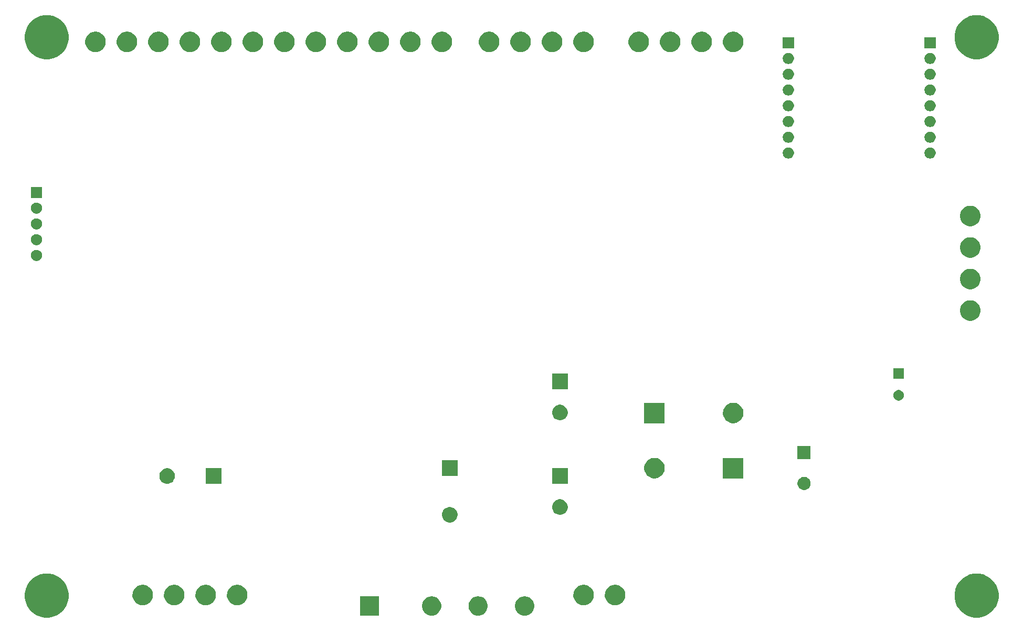
<source format=gbr>
G04 #@! TF.GenerationSoftware,KiCad,Pcbnew,(5.1.5)-3*
G04 #@! TF.CreationDate,2020-07-01T12:57:24+02:00*
G04 #@! TF.ProjectId,GarageDoorControl,47617261-6765-4446-9f6f-72436f6e7472,rev?*
G04 #@! TF.SameCoordinates,Original*
G04 #@! TF.FileFunction,Soldermask,Bot*
G04 #@! TF.FilePolarity,Negative*
%FSLAX46Y46*%
G04 Gerber Fmt 4.6, Leading zero omitted, Abs format (unit mm)*
G04 Created by KiCad (PCBNEW (5.1.5)-3) date 2020-07-01 12:57:24*
%MOMM*%
%LPD*%
G04 APERTURE LIST*
%ADD10C,0.100000*%
G04 APERTURE END LIST*
D10*
G36*
X246035787Y-141585462D02*
G01*
X246035790Y-141585463D01*
X246035789Y-141585463D01*
X246682029Y-141853144D01*
X247263631Y-142241758D01*
X247758242Y-142736369D01*
X248146856Y-143317971D01*
X248336135Y-143774932D01*
X248414538Y-143964213D01*
X248551000Y-144650256D01*
X248551000Y-145349744D01*
X248414538Y-146035787D01*
X248414537Y-146035789D01*
X248146856Y-146682029D01*
X247758242Y-147263631D01*
X247263631Y-147758242D01*
X246682029Y-148146856D01*
X246466816Y-148236000D01*
X246035787Y-148414538D01*
X245349744Y-148551000D01*
X244650256Y-148551000D01*
X243964213Y-148414538D01*
X243533184Y-148236000D01*
X243317971Y-148146856D01*
X242736369Y-147758242D01*
X242241758Y-147263631D01*
X241853144Y-146682029D01*
X241585463Y-146035789D01*
X241585462Y-146035787D01*
X241449000Y-145349744D01*
X241449000Y-144650256D01*
X241585462Y-143964213D01*
X241663865Y-143774932D01*
X241853144Y-143317971D01*
X242241758Y-142736369D01*
X242736369Y-142241758D01*
X243317971Y-141853144D01*
X243964211Y-141585463D01*
X243964210Y-141585463D01*
X243964213Y-141585462D01*
X244650256Y-141449000D01*
X245349744Y-141449000D01*
X246035787Y-141585462D01*
G37*
G36*
X96035787Y-141585462D02*
G01*
X96035790Y-141585463D01*
X96035789Y-141585463D01*
X96682029Y-141853144D01*
X97263631Y-142241758D01*
X97758242Y-142736369D01*
X98146856Y-143317971D01*
X98336135Y-143774932D01*
X98414538Y-143964213D01*
X98551000Y-144650256D01*
X98551000Y-145349744D01*
X98414538Y-146035787D01*
X98414537Y-146035789D01*
X98146856Y-146682029D01*
X97758242Y-147263631D01*
X97263631Y-147758242D01*
X96682029Y-148146856D01*
X96466816Y-148236000D01*
X96035787Y-148414538D01*
X95349744Y-148551000D01*
X94650256Y-148551000D01*
X93964213Y-148414538D01*
X93533184Y-148236000D01*
X93317971Y-148146856D01*
X92736369Y-147758242D01*
X92241758Y-147263631D01*
X91853144Y-146682029D01*
X91585463Y-146035789D01*
X91585462Y-146035787D01*
X91449000Y-145349744D01*
X91449000Y-144650256D01*
X91585462Y-143964213D01*
X91663865Y-143774932D01*
X91853144Y-143317971D01*
X92241758Y-142736369D01*
X92736369Y-142241758D01*
X93317971Y-141853144D01*
X93964211Y-141585463D01*
X93964210Y-141585463D01*
X93964213Y-141585462D01*
X94650256Y-141449000D01*
X95349744Y-141449000D01*
X96035787Y-141585462D01*
G37*
G36*
X148636000Y-148236000D02*
G01*
X145534000Y-148236000D01*
X145534000Y-145134000D01*
X148636000Y-145134000D01*
X148636000Y-148236000D01*
G37*
G36*
X164887585Y-145163802D02*
G01*
X165037410Y-145193604D01*
X165319674Y-145310521D01*
X165573705Y-145480259D01*
X165789741Y-145696295D01*
X165959479Y-145950326D01*
X166076396Y-146232590D01*
X166136000Y-146532240D01*
X166136000Y-146837760D01*
X166076396Y-147137410D01*
X165959479Y-147419674D01*
X165789741Y-147673705D01*
X165573705Y-147889741D01*
X165319674Y-148059479D01*
X165037410Y-148176396D01*
X164887585Y-148206198D01*
X164737761Y-148236000D01*
X164432239Y-148236000D01*
X164282415Y-148206198D01*
X164132590Y-148176396D01*
X163850326Y-148059479D01*
X163596295Y-147889741D01*
X163380259Y-147673705D01*
X163210521Y-147419674D01*
X163093604Y-147137410D01*
X163034000Y-146837760D01*
X163034000Y-146532240D01*
X163093604Y-146232590D01*
X163210521Y-145950326D01*
X163380259Y-145696295D01*
X163596295Y-145480259D01*
X163850326Y-145310521D01*
X164132590Y-145193604D01*
X164282415Y-145163802D01*
X164432239Y-145134000D01*
X164737761Y-145134000D01*
X164887585Y-145163802D01*
G37*
G36*
X172387585Y-145163802D02*
G01*
X172537410Y-145193604D01*
X172819674Y-145310521D01*
X173073705Y-145480259D01*
X173289741Y-145696295D01*
X173459479Y-145950326D01*
X173576396Y-146232590D01*
X173636000Y-146532240D01*
X173636000Y-146837760D01*
X173576396Y-147137410D01*
X173459479Y-147419674D01*
X173289741Y-147673705D01*
X173073705Y-147889741D01*
X172819674Y-148059479D01*
X172537410Y-148176396D01*
X172387585Y-148206198D01*
X172237761Y-148236000D01*
X171932239Y-148236000D01*
X171782415Y-148206198D01*
X171632590Y-148176396D01*
X171350326Y-148059479D01*
X171096295Y-147889741D01*
X170880259Y-147673705D01*
X170710521Y-147419674D01*
X170593604Y-147137410D01*
X170534000Y-146837760D01*
X170534000Y-146532240D01*
X170593604Y-146232590D01*
X170710521Y-145950326D01*
X170880259Y-145696295D01*
X171096295Y-145480259D01*
X171350326Y-145310521D01*
X171632590Y-145193604D01*
X171782415Y-145163802D01*
X171932239Y-145134000D01*
X172237761Y-145134000D01*
X172387585Y-145163802D01*
G37*
G36*
X157387585Y-145163802D02*
G01*
X157537410Y-145193604D01*
X157819674Y-145310521D01*
X158073705Y-145480259D01*
X158289741Y-145696295D01*
X158459479Y-145950326D01*
X158576396Y-146232590D01*
X158636000Y-146532240D01*
X158636000Y-146837760D01*
X158576396Y-147137410D01*
X158459479Y-147419674D01*
X158289741Y-147673705D01*
X158073705Y-147889741D01*
X157819674Y-148059479D01*
X157537410Y-148176396D01*
X157387585Y-148206198D01*
X157237761Y-148236000D01*
X156932239Y-148236000D01*
X156782415Y-148206198D01*
X156632590Y-148176396D01*
X156350326Y-148059479D01*
X156096295Y-147889741D01*
X155880259Y-147673705D01*
X155710521Y-147419674D01*
X155593604Y-147137410D01*
X155534000Y-146837760D01*
X155534000Y-146532240D01*
X155593604Y-146232590D01*
X155710521Y-145950326D01*
X155880259Y-145696295D01*
X156096295Y-145480259D01*
X156350326Y-145310521D01*
X156632590Y-145193604D01*
X156782415Y-145163802D01*
X156932239Y-145134000D01*
X157237761Y-145134000D01*
X157387585Y-145163802D01*
G37*
G36*
X126105256Y-143298298D02*
G01*
X126211579Y-143319447D01*
X126512042Y-143443903D01*
X126782451Y-143624585D01*
X127012415Y-143854549D01*
X127012416Y-143854551D01*
X127193098Y-144124960D01*
X127317553Y-144425422D01*
X127362276Y-144650256D01*
X127381000Y-144744391D01*
X127381000Y-145069609D01*
X127317553Y-145388579D01*
X127193097Y-145689042D01*
X127012415Y-145959451D01*
X126782451Y-146189415D01*
X126512042Y-146370097D01*
X126211579Y-146494553D01*
X126105256Y-146515702D01*
X125892611Y-146558000D01*
X125567389Y-146558000D01*
X125354744Y-146515702D01*
X125248421Y-146494553D01*
X124947958Y-146370097D01*
X124677549Y-146189415D01*
X124447585Y-145959451D01*
X124266903Y-145689042D01*
X124142447Y-145388579D01*
X124079000Y-145069609D01*
X124079000Y-144744391D01*
X124097725Y-144650256D01*
X124142447Y-144425422D01*
X124266902Y-144124960D01*
X124447584Y-143854551D01*
X124447585Y-143854549D01*
X124677549Y-143624585D01*
X124947958Y-143443903D01*
X125248421Y-143319447D01*
X125354744Y-143298298D01*
X125567389Y-143256000D01*
X125892611Y-143256000D01*
X126105256Y-143298298D01*
G37*
G36*
X187065256Y-143298298D02*
G01*
X187171579Y-143319447D01*
X187472042Y-143443903D01*
X187742451Y-143624585D01*
X187972415Y-143854549D01*
X187972416Y-143854551D01*
X188153098Y-144124960D01*
X188277553Y-144425422D01*
X188322276Y-144650256D01*
X188341000Y-144744391D01*
X188341000Y-145069609D01*
X188277553Y-145388579D01*
X188153097Y-145689042D01*
X187972415Y-145959451D01*
X187742451Y-146189415D01*
X187472042Y-146370097D01*
X187171579Y-146494553D01*
X187065256Y-146515702D01*
X186852611Y-146558000D01*
X186527389Y-146558000D01*
X186314744Y-146515702D01*
X186208421Y-146494553D01*
X185907958Y-146370097D01*
X185637549Y-146189415D01*
X185407585Y-145959451D01*
X185226903Y-145689042D01*
X185102447Y-145388579D01*
X185039000Y-145069609D01*
X185039000Y-144744391D01*
X185057725Y-144650256D01*
X185102447Y-144425422D01*
X185226902Y-144124960D01*
X185407584Y-143854551D01*
X185407585Y-143854549D01*
X185637549Y-143624585D01*
X185907958Y-143443903D01*
X186208421Y-143319447D01*
X186314744Y-143298298D01*
X186527389Y-143256000D01*
X186852611Y-143256000D01*
X187065256Y-143298298D01*
G37*
G36*
X181985256Y-143298298D02*
G01*
X182091579Y-143319447D01*
X182392042Y-143443903D01*
X182662451Y-143624585D01*
X182892415Y-143854549D01*
X182892416Y-143854551D01*
X183073098Y-144124960D01*
X183197553Y-144425422D01*
X183242276Y-144650256D01*
X183261000Y-144744391D01*
X183261000Y-145069609D01*
X183197553Y-145388579D01*
X183073097Y-145689042D01*
X182892415Y-145959451D01*
X182662451Y-146189415D01*
X182392042Y-146370097D01*
X182091579Y-146494553D01*
X181985256Y-146515702D01*
X181772611Y-146558000D01*
X181447389Y-146558000D01*
X181234744Y-146515702D01*
X181128421Y-146494553D01*
X180827958Y-146370097D01*
X180557549Y-146189415D01*
X180327585Y-145959451D01*
X180146903Y-145689042D01*
X180022447Y-145388579D01*
X179959000Y-145069609D01*
X179959000Y-144744391D01*
X179977725Y-144650256D01*
X180022447Y-144425422D01*
X180146902Y-144124960D01*
X180327584Y-143854551D01*
X180327585Y-143854549D01*
X180557549Y-143624585D01*
X180827958Y-143443903D01*
X181128421Y-143319447D01*
X181234744Y-143298298D01*
X181447389Y-143256000D01*
X181772611Y-143256000D01*
X181985256Y-143298298D01*
G37*
G36*
X121025256Y-143298298D02*
G01*
X121131579Y-143319447D01*
X121432042Y-143443903D01*
X121702451Y-143624585D01*
X121932415Y-143854549D01*
X121932416Y-143854551D01*
X122113098Y-144124960D01*
X122237553Y-144425422D01*
X122282276Y-144650256D01*
X122301000Y-144744391D01*
X122301000Y-145069609D01*
X122237553Y-145388579D01*
X122113097Y-145689042D01*
X121932415Y-145959451D01*
X121702451Y-146189415D01*
X121432042Y-146370097D01*
X121131579Y-146494553D01*
X121025256Y-146515702D01*
X120812611Y-146558000D01*
X120487389Y-146558000D01*
X120274744Y-146515702D01*
X120168421Y-146494553D01*
X119867958Y-146370097D01*
X119597549Y-146189415D01*
X119367585Y-145959451D01*
X119186903Y-145689042D01*
X119062447Y-145388579D01*
X118999000Y-145069609D01*
X118999000Y-144744391D01*
X119017725Y-144650256D01*
X119062447Y-144425422D01*
X119186902Y-144124960D01*
X119367584Y-143854551D01*
X119367585Y-143854549D01*
X119597549Y-143624585D01*
X119867958Y-143443903D01*
X120168421Y-143319447D01*
X120274744Y-143298298D01*
X120487389Y-143256000D01*
X120812611Y-143256000D01*
X121025256Y-143298298D01*
G37*
G36*
X110865256Y-143298298D02*
G01*
X110971579Y-143319447D01*
X111272042Y-143443903D01*
X111542451Y-143624585D01*
X111772415Y-143854549D01*
X111772416Y-143854551D01*
X111953098Y-144124960D01*
X112077553Y-144425422D01*
X112122276Y-144650256D01*
X112141000Y-144744391D01*
X112141000Y-145069609D01*
X112077553Y-145388579D01*
X111953097Y-145689042D01*
X111772415Y-145959451D01*
X111542451Y-146189415D01*
X111272042Y-146370097D01*
X110971579Y-146494553D01*
X110865256Y-146515702D01*
X110652611Y-146558000D01*
X110327389Y-146558000D01*
X110114744Y-146515702D01*
X110008421Y-146494553D01*
X109707958Y-146370097D01*
X109437549Y-146189415D01*
X109207585Y-145959451D01*
X109026903Y-145689042D01*
X108902447Y-145388579D01*
X108839000Y-145069609D01*
X108839000Y-144744391D01*
X108857725Y-144650256D01*
X108902447Y-144425422D01*
X109026902Y-144124960D01*
X109207584Y-143854551D01*
X109207585Y-143854549D01*
X109437549Y-143624585D01*
X109707958Y-143443903D01*
X110008421Y-143319447D01*
X110114744Y-143298298D01*
X110327389Y-143256000D01*
X110652611Y-143256000D01*
X110865256Y-143298298D01*
G37*
G36*
X115945256Y-143298298D02*
G01*
X116051579Y-143319447D01*
X116352042Y-143443903D01*
X116622451Y-143624585D01*
X116852415Y-143854549D01*
X116852416Y-143854551D01*
X117033098Y-144124960D01*
X117157553Y-144425422D01*
X117202276Y-144650256D01*
X117221000Y-144744391D01*
X117221000Y-145069609D01*
X117157553Y-145388579D01*
X117033097Y-145689042D01*
X116852415Y-145959451D01*
X116622451Y-146189415D01*
X116352042Y-146370097D01*
X116051579Y-146494553D01*
X115945256Y-146515702D01*
X115732611Y-146558000D01*
X115407389Y-146558000D01*
X115194744Y-146515702D01*
X115088421Y-146494553D01*
X114787958Y-146370097D01*
X114517549Y-146189415D01*
X114287585Y-145959451D01*
X114106903Y-145689042D01*
X113982447Y-145388579D01*
X113919000Y-145069609D01*
X113919000Y-144744391D01*
X113937725Y-144650256D01*
X113982447Y-144425422D01*
X114106902Y-144124960D01*
X114287584Y-143854551D01*
X114287585Y-143854549D01*
X114517549Y-143624585D01*
X114787958Y-143443903D01*
X115088421Y-143319447D01*
X115194744Y-143298298D01*
X115407389Y-143256000D01*
X115732611Y-143256000D01*
X115945256Y-143298298D01*
G37*
G36*
X160384903Y-130757075D02*
G01*
X160612571Y-130851378D01*
X160817466Y-130988285D01*
X160991715Y-131162534D01*
X161128622Y-131367429D01*
X161222925Y-131595097D01*
X161271000Y-131836787D01*
X161271000Y-132083213D01*
X161222925Y-132324903D01*
X161128622Y-132552571D01*
X160991715Y-132757466D01*
X160817466Y-132931715D01*
X160612571Y-133068622D01*
X160612570Y-133068623D01*
X160612569Y-133068623D01*
X160384903Y-133162925D01*
X160143214Y-133211000D01*
X159896786Y-133211000D01*
X159655097Y-133162925D01*
X159427431Y-133068623D01*
X159427430Y-133068623D01*
X159427429Y-133068622D01*
X159222534Y-132931715D01*
X159048285Y-132757466D01*
X158911378Y-132552571D01*
X158817075Y-132324903D01*
X158769000Y-132083213D01*
X158769000Y-131836787D01*
X158817075Y-131595097D01*
X158911378Y-131367429D01*
X159048285Y-131162534D01*
X159222534Y-130988285D01*
X159427429Y-130851378D01*
X159655097Y-130757075D01*
X159896786Y-130709000D01*
X160143214Y-130709000D01*
X160384903Y-130757075D01*
G37*
G36*
X178164903Y-129527075D02*
G01*
X178392571Y-129621378D01*
X178597466Y-129758285D01*
X178771715Y-129932534D01*
X178908622Y-130137429D01*
X179002925Y-130365097D01*
X179051000Y-130606787D01*
X179051000Y-130853213D01*
X179002925Y-131094903D01*
X178908622Y-131322571D01*
X178771715Y-131527466D01*
X178597466Y-131701715D01*
X178392571Y-131838622D01*
X178392570Y-131838623D01*
X178392569Y-131838623D01*
X178164903Y-131932925D01*
X177923214Y-131981000D01*
X177676786Y-131981000D01*
X177435097Y-131932925D01*
X177207431Y-131838623D01*
X177207430Y-131838623D01*
X177207429Y-131838622D01*
X177002534Y-131701715D01*
X176828285Y-131527466D01*
X176691378Y-131322571D01*
X176597075Y-131094903D01*
X176549000Y-130853213D01*
X176549000Y-130606787D01*
X176597075Y-130365097D01*
X176691378Y-130137429D01*
X176828285Y-129932534D01*
X177002534Y-129758285D01*
X177207429Y-129621378D01*
X177435097Y-129527075D01*
X177676786Y-129479000D01*
X177923214Y-129479000D01*
X178164903Y-129527075D01*
G37*
G36*
X217476564Y-125909389D02*
G01*
X217667833Y-125988615D01*
X217667835Y-125988616D01*
X217756040Y-126047553D01*
X217839973Y-126103635D01*
X217986365Y-126250027D01*
X218101385Y-126422167D01*
X218180611Y-126613436D01*
X218221000Y-126816484D01*
X218221000Y-127023516D01*
X218180611Y-127226564D01*
X218101385Y-127417833D01*
X218101384Y-127417835D01*
X217986365Y-127589973D01*
X217839973Y-127736365D01*
X217667835Y-127851384D01*
X217667834Y-127851385D01*
X217667833Y-127851385D01*
X217476564Y-127930611D01*
X217273516Y-127971000D01*
X217066484Y-127971000D01*
X216863436Y-127930611D01*
X216672167Y-127851385D01*
X216672166Y-127851385D01*
X216672165Y-127851384D01*
X216500027Y-127736365D01*
X216353635Y-127589973D01*
X216238616Y-127417835D01*
X216238615Y-127417833D01*
X216159389Y-127226564D01*
X216119000Y-127023516D01*
X216119000Y-126816484D01*
X216159389Y-126613436D01*
X216238615Y-126422167D01*
X216353635Y-126250027D01*
X216500027Y-126103635D01*
X216583960Y-126047553D01*
X216672165Y-125988616D01*
X216672167Y-125988615D01*
X216863436Y-125909389D01*
X217066484Y-125869000D01*
X217273516Y-125869000D01*
X217476564Y-125909389D01*
G37*
G36*
X179051000Y-126981000D02*
G01*
X176549000Y-126981000D01*
X176549000Y-124479000D01*
X179051000Y-124479000D01*
X179051000Y-126981000D01*
G37*
G36*
X114784903Y-124527075D02*
G01*
X115012571Y-124621378D01*
X115217466Y-124758285D01*
X115391715Y-124932534D01*
X115528622Y-125137429D01*
X115528623Y-125137431D01*
X115622925Y-125365097D01*
X115671000Y-125606786D01*
X115671000Y-125853214D01*
X115622925Y-126094903D01*
X115528622Y-126322571D01*
X115391715Y-126527466D01*
X115217466Y-126701715D01*
X115012571Y-126838622D01*
X115012570Y-126838623D01*
X115012569Y-126838623D01*
X114784903Y-126932925D01*
X114543214Y-126981000D01*
X114296786Y-126981000D01*
X114055097Y-126932925D01*
X113827431Y-126838623D01*
X113827430Y-126838623D01*
X113827429Y-126838622D01*
X113622534Y-126701715D01*
X113448285Y-126527466D01*
X113311378Y-126322571D01*
X113217075Y-126094903D01*
X113169000Y-125853214D01*
X113169000Y-125606786D01*
X113217075Y-125365097D01*
X113311377Y-125137431D01*
X113311378Y-125137429D01*
X113448285Y-124932534D01*
X113622534Y-124758285D01*
X113827429Y-124621378D01*
X114055097Y-124527075D01*
X114296786Y-124479000D01*
X114543214Y-124479000D01*
X114784903Y-124527075D01*
G37*
G36*
X123171000Y-126981000D02*
G01*
X120669000Y-126981000D01*
X120669000Y-124479000D01*
X123171000Y-124479000D01*
X123171000Y-126981000D01*
G37*
G36*
X207391000Y-126111000D02*
G01*
X204089000Y-126111000D01*
X204089000Y-122809000D01*
X207391000Y-122809000D01*
X207391000Y-126111000D01*
G37*
G36*
X193415256Y-122851298D02*
G01*
X193521579Y-122872447D01*
X193822042Y-122996903D01*
X194092451Y-123177585D01*
X194322415Y-123407549D01*
X194322416Y-123407551D01*
X194503098Y-123677960D01*
X194627553Y-123978422D01*
X194691000Y-124297389D01*
X194691000Y-124622611D01*
X194648702Y-124835256D01*
X194627553Y-124941579D01*
X194503097Y-125242042D01*
X194322415Y-125512451D01*
X194092451Y-125742415D01*
X193822042Y-125923097D01*
X193521579Y-126047553D01*
X193415256Y-126068702D01*
X193202611Y-126111000D01*
X192877389Y-126111000D01*
X192664744Y-126068702D01*
X192558421Y-126047553D01*
X192257958Y-125923097D01*
X191987549Y-125742415D01*
X191757585Y-125512451D01*
X191576903Y-125242042D01*
X191452447Y-124941579D01*
X191431298Y-124835256D01*
X191389000Y-124622611D01*
X191389000Y-124297389D01*
X191452447Y-123978422D01*
X191576902Y-123677960D01*
X191757584Y-123407551D01*
X191757585Y-123407549D01*
X191987549Y-123177585D01*
X192257958Y-122996903D01*
X192558421Y-122872447D01*
X192664744Y-122851298D01*
X192877389Y-122809000D01*
X193202611Y-122809000D01*
X193415256Y-122851298D01*
G37*
G36*
X161271000Y-125711000D02*
G01*
X158769000Y-125711000D01*
X158769000Y-123209000D01*
X161271000Y-123209000D01*
X161271000Y-125711000D01*
G37*
G36*
X218221000Y-122971000D02*
G01*
X216119000Y-122971000D01*
X216119000Y-120869000D01*
X218221000Y-120869000D01*
X218221000Y-122971000D01*
G37*
G36*
X206115256Y-113961298D02*
G01*
X206221579Y-113982447D01*
X206522042Y-114106903D01*
X206792451Y-114287585D01*
X207022415Y-114517549D01*
X207139338Y-114692536D01*
X207203098Y-114787960D01*
X207327553Y-115088422D01*
X207382924Y-115366787D01*
X207391000Y-115407391D01*
X207391000Y-115732609D01*
X207327553Y-116051579D01*
X207203097Y-116352042D01*
X207022415Y-116622451D01*
X206792451Y-116852415D01*
X206522042Y-117033097D01*
X206221579Y-117157553D01*
X206115256Y-117178702D01*
X205902611Y-117221000D01*
X205577389Y-117221000D01*
X205364744Y-117178702D01*
X205258421Y-117157553D01*
X204957958Y-117033097D01*
X204687549Y-116852415D01*
X204457585Y-116622451D01*
X204276903Y-116352042D01*
X204152447Y-116051579D01*
X204089000Y-115732609D01*
X204089000Y-115407391D01*
X204097077Y-115366787D01*
X204152447Y-115088422D01*
X204276902Y-114787960D01*
X204340662Y-114692536D01*
X204457585Y-114517549D01*
X204687549Y-114287585D01*
X204957958Y-114106903D01*
X205258421Y-113982447D01*
X205364744Y-113961298D01*
X205577389Y-113919000D01*
X205902611Y-113919000D01*
X206115256Y-113961298D01*
G37*
G36*
X194691000Y-117221000D02*
G01*
X191389000Y-117221000D01*
X191389000Y-113919000D01*
X194691000Y-113919000D01*
X194691000Y-117221000D01*
G37*
G36*
X178164903Y-114287075D02*
G01*
X178392571Y-114381378D01*
X178597466Y-114518285D01*
X178771715Y-114692534D01*
X178908622Y-114897429D01*
X179002925Y-115125097D01*
X179051000Y-115366787D01*
X179051000Y-115613213D01*
X179002925Y-115854903D01*
X178908622Y-116082571D01*
X178771715Y-116287466D01*
X178597466Y-116461715D01*
X178392571Y-116598622D01*
X178392570Y-116598623D01*
X178392569Y-116598623D01*
X178164903Y-116692925D01*
X177923214Y-116741000D01*
X177676786Y-116741000D01*
X177435097Y-116692925D01*
X177207431Y-116598623D01*
X177207430Y-116598623D01*
X177207429Y-116598622D01*
X177002534Y-116461715D01*
X176828285Y-116287466D01*
X176691378Y-116082571D01*
X176597075Y-115854903D01*
X176549000Y-115613213D01*
X176549000Y-115366787D01*
X176597075Y-115125097D01*
X176691378Y-114897429D01*
X176828285Y-114692534D01*
X177002534Y-114518285D01*
X177207429Y-114381378D01*
X177435097Y-114287075D01*
X177676786Y-114239000D01*
X177923214Y-114239000D01*
X178164903Y-114287075D01*
G37*
G36*
X232658228Y-111901703D02*
G01*
X232813100Y-111965853D01*
X232952481Y-112058985D01*
X233071015Y-112177519D01*
X233164147Y-112316900D01*
X233228297Y-112471772D01*
X233261000Y-112636184D01*
X233261000Y-112803816D01*
X233228297Y-112968228D01*
X233164147Y-113123100D01*
X233071015Y-113262481D01*
X232952481Y-113381015D01*
X232813100Y-113474147D01*
X232658228Y-113538297D01*
X232493816Y-113571000D01*
X232326184Y-113571000D01*
X232161772Y-113538297D01*
X232006900Y-113474147D01*
X231867519Y-113381015D01*
X231748985Y-113262481D01*
X231655853Y-113123100D01*
X231591703Y-112968228D01*
X231559000Y-112803816D01*
X231559000Y-112636184D01*
X231591703Y-112471772D01*
X231655853Y-112316900D01*
X231748985Y-112177519D01*
X231867519Y-112058985D01*
X232006900Y-111965853D01*
X232161772Y-111901703D01*
X232326184Y-111869000D01*
X232493816Y-111869000D01*
X232658228Y-111901703D01*
G37*
G36*
X179051000Y-111741000D02*
G01*
X176549000Y-111741000D01*
X176549000Y-109239000D01*
X179051000Y-109239000D01*
X179051000Y-111741000D01*
G37*
G36*
X233261000Y-110071000D02*
G01*
X231559000Y-110071000D01*
X231559000Y-108369000D01*
X233261000Y-108369000D01*
X233261000Y-110071000D01*
G37*
G36*
X244342256Y-97451298D02*
G01*
X244448579Y-97472447D01*
X244749042Y-97596903D01*
X245019451Y-97777585D01*
X245249415Y-98007549D01*
X245430097Y-98277958D01*
X245554553Y-98578421D01*
X245618000Y-98897391D01*
X245618000Y-99222609D01*
X245554553Y-99541579D01*
X245430097Y-99842042D01*
X245249415Y-100112451D01*
X245019451Y-100342415D01*
X244749042Y-100523097D01*
X244448579Y-100647553D01*
X244342256Y-100668702D01*
X244129611Y-100711000D01*
X243804389Y-100711000D01*
X243591744Y-100668702D01*
X243485421Y-100647553D01*
X243184958Y-100523097D01*
X242914549Y-100342415D01*
X242684585Y-100112451D01*
X242503903Y-99842042D01*
X242379447Y-99541579D01*
X242316000Y-99222609D01*
X242316000Y-98897391D01*
X242379447Y-98578421D01*
X242503903Y-98277958D01*
X242684585Y-98007549D01*
X242914549Y-97777585D01*
X243184958Y-97596903D01*
X243485421Y-97472447D01*
X243591744Y-97451298D01*
X243804389Y-97409000D01*
X244129611Y-97409000D01*
X244342256Y-97451298D01*
G37*
G36*
X244342256Y-92371298D02*
G01*
X244448579Y-92392447D01*
X244749042Y-92516903D01*
X245019451Y-92697585D01*
X245249415Y-92927549D01*
X245430097Y-93197958D01*
X245554553Y-93498421D01*
X245618000Y-93817391D01*
X245618000Y-94142609D01*
X245554553Y-94461579D01*
X245430097Y-94762042D01*
X245249415Y-95032451D01*
X245019451Y-95262415D01*
X244749042Y-95443097D01*
X244448579Y-95567553D01*
X244342256Y-95588702D01*
X244129611Y-95631000D01*
X243804389Y-95631000D01*
X243591744Y-95588702D01*
X243485421Y-95567553D01*
X243184958Y-95443097D01*
X242914549Y-95262415D01*
X242684585Y-95032451D01*
X242503903Y-94762042D01*
X242379447Y-94461579D01*
X242316000Y-94142609D01*
X242316000Y-93817391D01*
X242379447Y-93498421D01*
X242503903Y-93197958D01*
X242684585Y-92927549D01*
X242914549Y-92697585D01*
X243184958Y-92516903D01*
X243485421Y-92392447D01*
X243591744Y-92371298D01*
X243804389Y-92329000D01*
X244129611Y-92329000D01*
X244342256Y-92371298D01*
G37*
G36*
X93458512Y-89273927D02*
G01*
X93607812Y-89303624D01*
X93771784Y-89371544D01*
X93919354Y-89470147D01*
X94044853Y-89595646D01*
X94143456Y-89743216D01*
X94211376Y-89907188D01*
X94246000Y-90081259D01*
X94246000Y-90258741D01*
X94211376Y-90432812D01*
X94143456Y-90596784D01*
X94044853Y-90744354D01*
X93919354Y-90869853D01*
X93771784Y-90968456D01*
X93607812Y-91036376D01*
X93458512Y-91066073D01*
X93433742Y-91071000D01*
X93256258Y-91071000D01*
X93231488Y-91066073D01*
X93082188Y-91036376D01*
X92918216Y-90968456D01*
X92770646Y-90869853D01*
X92645147Y-90744354D01*
X92546544Y-90596784D01*
X92478624Y-90432812D01*
X92444000Y-90258741D01*
X92444000Y-90081259D01*
X92478624Y-89907188D01*
X92546544Y-89743216D01*
X92645147Y-89595646D01*
X92770646Y-89470147D01*
X92918216Y-89371544D01*
X93082188Y-89303624D01*
X93231488Y-89273927D01*
X93256258Y-89269000D01*
X93433742Y-89269000D01*
X93458512Y-89273927D01*
G37*
G36*
X244342256Y-87291298D02*
G01*
X244448579Y-87312447D01*
X244749042Y-87436903D01*
X245019451Y-87617585D01*
X245249415Y-87847549D01*
X245430097Y-88117958D01*
X245554553Y-88418421D01*
X245618000Y-88737391D01*
X245618000Y-89062609D01*
X245554553Y-89381579D01*
X245430097Y-89682042D01*
X245249415Y-89952451D01*
X245019451Y-90182415D01*
X244749042Y-90363097D01*
X244448579Y-90487553D01*
X244342256Y-90508702D01*
X244129611Y-90551000D01*
X243804389Y-90551000D01*
X243591744Y-90508702D01*
X243485421Y-90487553D01*
X243184958Y-90363097D01*
X242914549Y-90182415D01*
X242684585Y-89952451D01*
X242503903Y-89682042D01*
X242379447Y-89381579D01*
X242316000Y-89062609D01*
X242316000Y-88737391D01*
X242379447Y-88418421D01*
X242503903Y-88117958D01*
X242684585Y-87847549D01*
X242914549Y-87617585D01*
X243184958Y-87436903D01*
X243485421Y-87312447D01*
X243591744Y-87291298D01*
X243804389Y-87249000D01*
X244129611Y-87249000D01*
X244342256Y-87291298D01*
G37*
G36*
X93458512Y-86733927D02*
G01*
X93607812Y-86763624D01*
X93771784Y-86831544D01*
X93919354Y-86930147D01*
X94044853Y-87055646D01*
X94143456Y-87203216D01*
X94211376Y-87367188D01*
X94246000Y-87541259D01*
X94246000Y-87718741D01*
X94211376Y-87892812D01*
X94143456Y-88056784D01*
X94044853Y-88204354D01*
X93919354Y-88329853D01*
X93771784Y-88428456D01*
X93607812Y-88496376D01*
X93458512Y-88526073D01*
X93433742Y-88531000D01*
X93256258Y-88531000D01*
X93231488Y-88526073D01*
X93082188Y-88496376D01*
X92918216Y-88428456D01*
X92770646Y-88329853D01*
X92645147Y-88204354D01*
X92546544Y-88056784D01*
X92478624Y-87892812D01*
X92444000Y-87718741D01*
X92444000Y-87541259D01*
X92478624Y-87367188D01*
X92546544Y-87203216D01*
X92645147Y-87055646D01*
X92770646Y-86930147D01*
X92918216Y-86831544D01*
X93082188Y-86763624D01*
X93231488Y-86733927D01*
X93256258Y-86729000D01*
X93433742Y-86729000D01*
X93458512Y-86733927D01*
G37*
G36*
X93458512Y-84193927D02*
G01*
X93607812Y-84223624D01*
X93771784Y-84291544D01*
X93919354Y-84390147D01*
X94044853Y-84515646D01*
X94143456Y-84663216D01*
X94211376Y-84827188D01*
X94246000Y-85001259D01*
X94246000Y-85178741D01*
X94211376Y-85352812D01*
X94143456Y-85516784D01*
X94044853Y-85664354D01*
X93919354Y-85789853D01*
X93771784Y-85888456D01*
X93607812Y-85956376D01*
X93458512Y-85986073D01*
X93433742Y-85991000D01*
X93256258Y-85991000D01*
X93231488Y-85986073D01*
X93082188Y-85956376D01*
X92918216Y-85888456D01*
X92770646Y-85789853D01*
X92645147Y-85664354D01*
X92546544Y-85516784D01*
X92478624Y-85352812D01*
X92444000Y-85178741D01*
X92444000Y-85001259D01*
X92478624Y-84827188D01*
X92546544Y-84663216D01*
X92645147Y-84515646D01*
X92770646Y-84390147D01*
X92918216Y-84291544D01*
X93082188Y-84223624D01*
X93231488Y-84193927D01*
X93256258Y-84189000D01*
X93433742Y-84189000D01*
X93458512Y-84193927D01*
G37*
G36*
X244342256Y-82211298D02*
G01*
X244448579Y-82232447D01*
X244749042Y-82356903D01*
X245019451Y-82537585D01*
X245249415Y-82767549D01*
X245430097Y-83037958D01*
X245554553Y-83338421D01*
X245618000Y-83657391D01*
X245618000Y-83982609D01*
X245554553Y-84301579D01*
X245430097Y-84602042D01*
X245249415Y-84872451D01*
X245019451Y-85102415D01*
X244749042Y-85283097D01*
X244448579Y-85407553D01*
X244342256Y-85428702D01*
X244129611Y-85471000D01*
X243804389Y-85471000D01*
X243591744Y-85428702D01*
X243485421Y-85407553D01*
X243184958Y-85283097D01*
X242914549Y-85102415D01*
X242684585Y-84872451D01*
X242503903Y-84602042D01*
X242379447Y-84301579D01*
X242316000Y-83982609D01*
X242316000Y-83657391D01*
X242379447Y-83338421D01*
X242503903Y-83037958D01*
X242684585Y-82767549D01*
X242914549Y-82537585D01*
X243184958Y-82356903D01*
X243485421Y-82232447D01*
X243591744Y-82211298D01*
X243804389Y-82169000D01*
X244129611Y-82169000D01*
X244342256Y-82211298D01*
G37*
G36*
X93458512Y-81653927D02*
G01*
X93607812Y-81683624D01*
X93771784Y-81751544D01*
X93919354Y-81850147D01*
X94044853Y-81975646D01*
X94143456Y-82123216D01*
X94211376Y-82287188D01*
X94246000Y-82461259D01*
X94246000Y-82638741D01*
X94211376Y-82812812D01*
X94143456Y-82976784D01*
X94044853Y-83124354D01*
X93919354Y-83249853D01*
X93771784Y-83348456D01*
X93607812Y-83416376D01*
X93458512Y-83446073D01*
X93433742Y-83451000D01*
X93256258Y-83451000D01*
X93231488Y-83446073D01*
X93082188Y-83416376D01*
X92918216Y-83348456D01*
X92770646Y-83249853D01*
X92645147Y-83124354D01*
X92546544Y-82976784D01*
X92478624Y-82812812D01*
X92444000Y-82638741D01*
X92444000Y-82461259D01*
X92478624Y-82287188D01*
X92546544Y-82123216D01*
X92645147Y-81975646D01*
X92770646Y-81850147D01*
X92918216Y-81751544D01*
X93082188Y-81683624D01*
X93231488Y-81653927D01*
X93256258Y-81649000D01*
X93433742Y-81649000D01*
X93458512Y-81653927D01*
G37*
G36*
X94246000Y-80911000D02*
G01*
X92444000Y-80911000D01*
X92444000Y-79109000D01*
X94246000Y-79109000D01*
X94246000Y-80911000D01*
G37*
G36*
X214743512Y-72763927D02*
G01*
X214892812Y-72793624D01*
X215056784Y-72861544D01*
X215204354Y-72960147D01*
X215329853Y-73085646D01*
X215428456Y-73233216D01*
X215496376Y-73397188D01*
X215531000Y-73571259D01*
X215531000Y-73748741D01*
X215496376Y-73922812D01*
X215428456Y-74086784D01*
X215329853Y-74234354D01*
X215204354Y-74359853D01*
X215056784Y-74458456D01*
X214892812Y-74526376D01*
X214743512Y-74556073D01*
X214718742Y-74561000D01*
X214541258Y-74561000D01*
X214516488Y-74556073D01*
X214367188Y-74526376D01*
X214203216Y-74458456D01*
X214055646Y-74359853D01*
X213930147Y-74234354D01*
X213831544Y-74086784D01*
X213763624Y-73922812D01*
X213729000Y-73748741D01*
X213729000Y-73571259D01*
X213763624Y-73397188D01*
X213831544Y-73233216D01*
X213930147Y-73085646D01*
X214055646Y-72960147D01*
X214203216Y-72861544D01*
X214367188Y-72793624D01*
X214516488Y-72763927D01*
X214541258Y-72759000D01*
X214718742Y-72759000D01*
X214743512Y-72763927D01*
G37*
G36*
X237603512Y-72763927D02*
G01*
X237752812Y-72793624D01*
X237916784Y-72861544D01*
X238064354Y-72960147D01*
X238189853Y-73085646D01*
X238288456Y-73233216D01*
X238356376Y-73397188D01*
X238391000Y-73571259D01*
X238391000Y-73748741D01*
X238356376Y-73922812D01*
X238288456Y-74086784D01*
X238189853Y-74234354D01*
X238064354Y-74359853D01*
X237916784Y-74458456D01*
X237752812Y-74526376D01*
X237603512Y-74556073D01*
X237578742Y-74561000D01*
X237401258Y-74561000D01*
X237376488Y-74556073D01*
X237227188Y-74526376D01*
X237063216Y-74458456D01*
X236915646Y-74359853D01*
X236790147Y-74234354D01*
X236691544Y-74086784D01*
X236623624Y-73922812D01*
X236589000Y-73748741D01*
X236589000Y-73571259D01*
X236623624Y-73397188D01*
X236691544Y-73233216D01*
X236790147Y-73085646D01*
X236915646Y-72960147D01*
X237063216Y-72861544D01*
X237227188Y-72793624D01*
X237376488Y-72763927D01*
X237401258Y-72759000D01*
X237578742Y-72759000D01*
X237603512Y-72763927D01*
G37*
G36*
X214743512Y-70223927D02*
G01*
X214892812Y-70253624D01*
X215056784Y-70321544D01*
X215204354Y-70420147D01*
X215329853Y-70545646D01*
X215428456Y-70693216D01*
X215496376Y-70857188D01*
X215531000Y-71031259D01*
X215531000Y-71208741D01*
X215496376Y-71382812D01*
X215428456Y-71546784D01*
X215329853Y-71694354D01*
X215204354Y-71819853D01*
X215056784Y-71918456D01*
X214892812Y-71986376D01*
X214743512Y-72016073D01*
X214718742Y-72021000D01*
X214541258Y-72021000D01*
X214516488Y-72016073D01*
X214367188Y-71986376D01*
X214203216Y-71918456D01*
X214055646Y-71819853D01*
X213930147Y-71694354D01*
X213831544Y-71546784D01*
X213763624Y-71382812D01*
X213729000Y-71208741D01*
X213729000Y-71031259D01*
X213763624Y-70857188D01*
X213831544Y-70693216D01*
X213930147Y-70545646D01*
X214055646Y-70420147D01*
X214203216Y-70321544D01*
X214367188Y-70253624D01*
X214516488Y-70223927D01*
X214541258Y-70219000D01*
X214718742Y-70219000D01*
X214743512Y-70223927D01*
G37*
G36*
X237603512Y-70223927D02*
G01*
X237752812Y-70253624D01*
X237916784Y-70321544D01*
X238064354Y-70420147D01*
X238189853Y-70545646D01*
X238288456Y-70693216D01*
X238356376Y-70857188D01*
X238391000Y-71031259D01*
X238391000Y-71208741D01*
X238356376Y-71382812D01*
X238288456Y-71546784D01*
X238189853Y-71694354D01*
X238064354Y-71819853D01*
X237916784Y-71918456D01*
X237752812Y-71986376D01*
X237603512Y-72016073D01*
X237578742Y-72021000D01*
X237401258Y-72021000D01*
X237376488Y-72016073D01*
X237227188Y-71986376D01*
X237063216Y-71918456D01*
X236915646Y-71819853D01*
X236790147Y-71694354D01*
X236691544Y-71546784D01*
X236623624Y-71382812D01*
X236589000Y-71208741D01*
X236589000Y-71031259D01*
X236623624Y-70857188D01*
X236691544Y-70693216D01*
X236790147Y-70545646D01*
X236915646Y-70420147D01*
X237063216Y-70321544D01*
X237227188Y-70253624D01*
X237376488Y-70223927D01*
X237401258Y-70219000D01*
X237578742Y-70219000D01*
X237603512Y-70223927D01*
G37*
G36*
X214743512Y-67683927D02*
G01*
X214892812Y-67713624D01*
X215056784Y-67781544D01*
X215204354Y-67880147D01*
X215329853Y-68005646D01*
X215428456Y-68153216D01*
X215496376Y-68317188D01*
X215531000Y-68491259D01*
X215531000Y-68668741D01*
X215496376Y-68842812D01*
X215428456Y-69006784D01*
X215329853Y-69154354D01*
X215204354Y-69279853D01*
X215056784Y-69378456D01*
X214892812Y-69446376D01*
X214743512Y-69476073D01*
X214718742Y-69481000D01*
X214541258Y-69481000D01*
X214516488Y-69476073D01*
X214367188Y-69446376D01*
X214203216Y-69378456D01*
X214055646Y-69279853D01*
X213930147Y-69154354D01*
X213831544Y-69006784D01*
X213763624Y-68842812D01*
X213729000Y-68668741D01*
X213729000Y-68491259D01*
X213763624Y-68317188D01*
X213831544Y-68153216D01*
X213930147Y-68005646D01*
X214055646Y-67880147D01*
X214203216Y-67781544D01*
X214367188Y-67713624D01*
X214516488Y-67683927D01*
X214541258Y-67679000D01*
X214718742Y-67679000D01*
X214743512Y-67683927D01*
G37*
G36*
X237603512Y-67683927D02*
G01*
X237752812Y-67713624D01*
X237916784Y-67781544D01*
X238064354Y-67880147D01*
X238189853Y-68005646D01*
X238288456Y-68153216D01*
X238356376Y-68317188D01*
X238391000Y-68491259D01*
X238391000Y-68668741D01*
X238356376Y-68842812D01*
X238288456Y-69006784D01*
X238189853Y-69154354D01*
X238064354Y-69279853D01*
X237916784Y-69378456D01*
X237752812Y-69446376D01*
X237603512Y-69476073D01*
X237578742Y-69481000D01*
X237401258Y-69481000D01*
X237376488Y-69476073D01*
X237227188Y-69446376D01*
X237063216Y-69378456D01*
X236915646Y-69279853D01*
X236790147Y-69154354D01*
X236691544Y-69006784D01*
X236623624Y-68842812D01*
X236589000Y-68668741D01*
X236589000Y-68491259D01*
X236623624Y-68317188D01*
X236691544Y-68153216D01*
X236790147Y-68005646D01*
X236915646Y-67880147D01*
X237063216Y-67781544D01*
X237227188Y-67713624D01*
X237376488Y-67683927D01*
X237401258Y-67679000D01*
X237578742Y-67679000D01*
X237603512Y-67683927D01*
G37*
G36*
X237603512Y-65143927D02*
G01*
X237752812Y-65173624D01*
X237916784Y-65241544D01*
X238064354Y-65340147D01*
X238189853Y-65465646D01*
X238288456Y-65613216D01*
X238356376Y-65777188D01*
X238391000Y-65951259D01*
X238391000Y-66128741D01*
X238356376Y-66302812D01*
X238288456Y-66466784D01*
X238189853Y-66614354D01*
X238064354Y-66739853D01*
X237916784Y-66838456D01*
X237752812Y-66906376D01*
X237603512Y-66936073D01*
X237578742Y-66941000D01*
X237401258Y-66941000D01*
X237376488Y-66936073D01*
X237227188Y-66906376D01*
X237063216Y-66838456D01*
X236915646Y-66739853D01*
X236790147Y-66614354D01*
X236691544Y-66466784D01*
X236623624Y-66302812D01*
X236589000Y-66128741D01*
X236589000Y-65951259D01*
X236623624Y-65777188D01*
X236691544Y-65613216D01*
X236790147Y-65465646D01*
X236915646Y-65340147D01*
X237063216Y-65241544D01*
X237227188Y-65173624D01*
X237376488Y-65143927D01*
X237401258Y-65139000D01*
X237578742Y-65139000D01*
X237603512Y-65143927D01*
G37*
G36*
X214743512Y-65143927D02*
G01*
X214892812Y-65173624D01*
X215056784Y-65241544D01*
X215204354Y-65340147D01*
X215329853Y-65465646D01*
X215428456Y-65613216D01*
X215496376Y-65777188D01*
X215531000Y-65951259D01*
X215531000Y-66128741D01*
X215496376Y-66302812D01*
X215428456Y-66466784D01*
X215329853Y-66614354D01*
X215204354Y-66739853D01*
X215056784Y-66838456D01*
X214892812Y-66906376D01*
X214743512Y-66936073D01*
X214718742Y-66941000D01*
X214541258Y-66941000D01*
X214516488Y-66936073D01*
X214367188Y-66906376D01*
X214203216Y-66838456D01*
X214055646Y-66739853D01*
X213930147Y-66614354D01*
X213831544Y-66466784D01*
X213763624Y-66302812D01*
X213729000Y-66128741D01*
X213729000Y-65951259D01*
X213763624Y-65777188D01*
X213831544Y-65613216D01*
X213930147Y-65465646D01*
X214055646Y-65340147D01*
X214203216Y-65241544D01*
X214367188Y-65173624D01*
X214516488Y-65143927D01*
X214541258Y-65139000D01*
X214718742Y-65139000D01*
X214743512Y-65143927D01*
G37*
G36*
X237603512Y-62603927D02*
G01*
X237752812Y-62633624D01*
X237916784Y-62701544D01*
X238064354Y-62800147D01*
X238189853Y-62925646D01*
X238288456Y-63073216D01*
X238356376Y-63237188D01*
X238391000Y-63411259D01*
X238391000Y-63588741D01*
X238356376Y-63762812D01*
X238288456Y-63926784D01*
X238189853Y-64074354D01*
X238064354Y-64199853D01*
X237916784Y-64298456D01*
X237752812Y-64366376D01*
X237603512Y-64396073D01*
X237578742Y-64401000D01*
X237401258Y-64401000D01*
X237376488Y-64396073D01*
X237227188Y-64366376D01*
X237063216Y-64298456D01*
X236915646Y-64199853D01*
X236790147Y-64074354D01*
X236691544Y-63926784D01*
X236623624Y-63762812D01*
X236589000Y-63588741D01*
X236589000Y-63411259D01*
X236623624Y-63237188D01*
X236691544Y-63073216D01*
X236790147Y-62925646D01*
X236915646Y-62800147D01*
X237063216Y-62701544D01*
X237227188Y-62633624D01*
X237376488Y-62603927D01*
X237401258Y-62599000D01*
X237578742Y-62599000D01*
X237603512Y-62603927D01*
G37*
G36*
X214743512Y-62603927D02*
G01*
X214892812Y-62633624D01*
X215056784Y-62701544D01*
X215204354Y-62800147D01*
X215329853Y-62925646D01*
X215428456Y-63073216D01*
X215496376Y-63237188D01*
X215531000Y-63411259D01*
X215531000Y-63588741D01*
X215496376Y-63762812D01*
X215428456Y-63926784D01*
X215329853Y-64074354D01*
X215204354Y-64199853D01*
X215056784Y-64298456D01*
X214892812Y-64366376D01*
X214743512Y-64396073D01*
X214718742Y-64401000D01*
X214541258Y-64401000D01*
X214516488Y-64396073D01*
X214367188Y-64366376D01*
X214203216Y-64298456D01*
X214055646Y-64199853D01*
X213930147Y-64074354D01*
X213831544Y-63926784D01*
X213763624Y-63762812D01*
X213729000Y-63588741D01*
X213729000Y-63411259D01*
X213763624Y-63237188D01*
X213831544Y-63073216D01*
X213930147Y-62925646D01*
X214055646Y-62800147D01*
X214203216Y-62701544D01*
X214367188Y-62633624D01*
X214516488Y-62603927D01*
X214541258Y-62599000D01*
X214718742Y-62599000D01*
X214743512Y-62603927D01*
G37*
G36*
X237603512Y-60063927D02*
G01*
X237752812Y-60093624D01*
X237916784Y-60161544D01*
X238064354Y-60260147D01*
X238189853Y-60385646D01*
X238288456Y-60533216D01*
X238356376Y-60697188D01*
X238391000Y-60871259D01*
X238391000Y-61048741D01*
X238356376Y-61222812D01*
X238288456Y-61386784D01*
X238189853Y-61534354D01*
X238064354Y-61659853D01*
X237916784Y-61758456D01*
X237752812Y-61826376D01*
X237603512Y-61856073D01*
X237578742Y-61861000D01*
X237401258Y-61861000D01*
X237376488Y-61856073D01*
X237227188Y-61826376D01*
X237063216Y-61758456D01*
X236915646Y-61659853D01*
X236790147Y-61534354D01*
X236691544Y-61386784D01*
X236623624Y-61222812D01*
X236589000Y-61048741D01*
X236589000Y-60871259D01*
X236623624Y-60697188D01*
X236691544Y-60533216D01*
X236790147Y-60385646D01*
X236915646Y-60260147D01*
X237063216Y-60161544D01*
X237227188Y-60093624D01*
X237376488Y-60063927D01*
X237401258Y-60059000D01*
X237578742Y-60059000D01*
X237603512Y-60063927D01*
G37*
G36*
X214743512Y-60063927D02*
G01*
X214892812Y-60093624D01*
X215056784Y-60161544D01*
X215204354Y-60260147D01*
X215329853Y-60385646D01*
X215428456Y-60533216D01*
X215496376Y-60697188D01*
X215531000Y-60871259D01*
X215531000Y-61048741D01*
X215496376Y-61222812D01*
X215428456Y-61386784D01*
X215329853Y-61534354D01*
X215204354Y-61659853D01*
X215056784Y-61758456D01*
X214892812Y-61826376D01*
X214743512Y-61856073D01*
X214718742Y-61861000D01*
X214541258Y-61861000D01*
X214516488Y-61856073D01*
X214367188Y-61826376D01*
X214203216Y-61758456D01*
X214055646Y-61659853D01*
X213930147Y-61534354D01*
X213831544Y-61386784D01*
X213763624Y-61222812D01*
X213729000Y-61048741D01*
X213729000Y-60871259D01*
X213763624Y-60697188D01*
X213831544Y-60533216D01*
X213930147Y-60385646D01*
X214055646Y-60260147D01*
X214203216Y-60161544D01*
X214367188Y-60093624D01*
X214516488Y-60063927D01*
X214541258Y-60059000D01*
X214718742Y-60059000D01*
X214743512Y-60063927D01*
G37*
G36*
X214743512Y-57523927D02*
G01*
X214892812Y-57553624D01*
X215056784Y-57621544D01*
X215204354Y-57720147D01*
X215329853Y-57845646D01*
X215428456Y-57993216D01*
X215496376Y-58157188D01*
X215531000Y-58331259D01*
X215531000Y-58508741D01*
X215496376Y-58682812D01*
X215428456Y-58846784D01*
X215329853Y-58994354D01*
X215204354Y-59119853D01*
X215056784Y-59218456D01*
X214892812Y-59286376D01*
X214743512Y-59316073D01*
X214718742Y-59321000D01*
X214541258Y-59321000D01*
X214516488Y-59316073D01*
X214367188Y-59286376D01*
X214203216Y-59218456D01*
X214055646Y-59119853D01*
X213930147Y-58994354D01*
X213831544Y-58846784D01*
X213763624Y-58682812D01*
X213729000Y-58508741D01*
X213729000Y-58331259D01*
X213763624Y-58157188D01*
X213831544Y-57993216D01*
X213930147Y-57845646D01*
X214055646Y-57720147D01*
X214203216Y-57621544D01*
X214367188Y-57553624D01*
X214516488Y-57523927D01*
X214541258Y-57519000D01*
X214718742Y-57519000D01*
X214743512Y-57523927D01*
G37*
G36*
X237603512Y-57523927D02*
G01*
X237752812Y-57553624D01*
X237916784Y-57621544D01*
X238064354Y-57720147D01*
X238189853Y-57845646D01*
X238288456Y-57993216D01*
X238356376Y-58157188D01*
X238391000Y-58331259D01*
X238391000Y-58508741D01*
X238356376Y-58682812D01*
X238288456Y-58846784D01*
X238189853Y-58994354D01*
X238064354Y-59119853D01*
X237916784Y-59218456D01*
X237752812Y-59286376D01*
X237603512Y-59316073D01*
X237578742Y-59321000D01*
X237401258Y-59321000D01*
X237376488Y-59316073D01*
X237227188Y-59286376D01*
X237063216Y-59218456D01*
X236915646Y-59119853D01*
X236790147Y-58994354D01*
X236691544Y-58846784D01*
X236623624Y-58682812D01*
X236589000Y-58508741D01*
X236589000Y-58331259D01*
X236623624Y-58157188D01*
X236691544Y-57993216D01*
X236790147Y-57845646D01*
X236915646Y-57720147D01*
X237063216Y-57621544D01*
X237227188Y-57553624D01*
X237376488Y-57523927D01*
X237401258Y-57519000D01*
X237578742Y-57519000D01*
X237603512Y-57523927D01*
G37*
G36*
X96035787Y-51585462D02*
G01*
X96035790Y-51585463D01*
X96035789Y-51585463D01*
X96682029Y-51853144D01*
X97263631Y-52241758D01*
X97758242Y-52736369D01*
X98146856Y-53317971D01*
X98146856Y-53317972D01*
X98414538Y-53964213D01*
X98551000Y-54650256D01*
X98551000Y-55349744D01*
X98414538Y-56035787D01*
X98414537Y-56035789D01*
X98146856Y-56682029D01*
X97758242Y-57263631D01*
X97263631Y-57758242D01*
X96682029Y-58146856D01*
X96236843Y-58331258D01*
X96035787Y-58414538D01*
X95349744Y-58551000D01*
X94650256Y-58551000D01*
X93964213Y-58414538D01*
X93763157Y-58331258D01*
X93317971Y-58146856D01*
X92736369Y-57758242D01*
X92241758Y-57263631D01*
X91853144Y-56682029D01*
X91585463Y-56035789D01*
X91585462Y-56035787D01*
X91449000Y-55349744D01*
X91449000Y-54650256D01*
X91585462Y-53964213D01*
X91853144Y-53317972D01*
X91853144Y-53317971D01*
X92241758Y-52736369D01*
X92736369Y-52241758D01*
X93317971Y-51853144D01*
X93964211Y-51585463D01*
X93964210Y-51585463D01*
X93964213Y-51585462D01*
X94650256Y-51449000D01*
X95349744Y-51449000D01*
X96035787Y-51585462D01*
G37*
G36*
X246035787Y-51585462D02*
G01*
X246035790Y-51585463D01*
X246035789Y-51585463D01*
X246682029Y-51853144D01*
X247263631Y-52241758D01*
X247758242Y-52736369D01*
X248146856Y-53317971D01*
X248146856Y-53317972D01*
X248414538Y-53964213D01*
X248551000Y-54650256D01*
X248551000Y-55349744D01*
X248414538Y-56035787D01*
X248414537Y-56035789D01*
X248146856Y-56682029D01*
X247758242Y-57263631D01*
X247263631Y-57758242D01*
X246682029Y-58146856D01*
X246236843Y-58331258D01*
X246035787Y-58414538D01*
X245349744Y-58551000D01*
X244650256Y-58551000D01*
X243964213Y-58414538D01*
X243763157Y-58331258D01*
X243317971Y-58146856D01*
X242736369Y-57758242D01*
X242241758Y-57263631D01*
X241853144Y-56682029D01*
X241585463Y-56035789D01*
X241585462Y-56035787D01*
X241449000Y-55349744D01*
X241449000Y-54650256D01*
X241585462Y-53964213D01*
X241853144Y-53317972D01*
X241853144Y-53317971D01*
X242241758Y-52736369D01*
X242736369Y-52241758D01*
X243317971Y-51853144D01*
X243964211Y-51585463D01*
X243964210Y-51585463D01*
X243964213Y-51585462D01*
X244650256Y-51449000D01*
X245349744Y-51449000D01*
X246035787Y-51585462D01*
G37*
G36*
X201035256Y-54144298D02*
G01*
X201141579Y-54165447D01*
X201442042Y-54289903D01*
X201712451Y-54470585D01*
X201942415Y-54700549D01*
X202123097Y-54970958D01*
X202247553Y-55271421D01*
X202311000Y-55590391D01*
X202311000Y-55915609D01*
X202247553Y-56234579D01*
X202123097Y-56535042D01*
X201942415Y-56805451D01*
X201712451Y-57035415D01*
X201442042Y-57216097D01*
X201141579Y-57340553D01*
X201035256Y-57361702D01*
X200822611Y-57404000D01*
X200497389Y-57404000D01*
X200284744Y-57361702D01*
X200178421Y-57340553D01*
X199877958Y-57216097D01*
X199607549Y-57035415D01*
X199377585Y-56805451D01*
X199196903Y-56535042D01*
X199072447Y-56234579D01*
X199009000Y-55915609D01*
X199009000Y-55590391D01*
X199072447Y-55271421D01*
X199196903Y-54970958D01*
X199377585Y-54700549D01*
X199607549Y-54470585D01*
X199877958Y-54289903D01*
X200178421Y-54165447D01*
X200284744Y-54144298D01*
X200497389Y-54102000D01*
X200822611Y-54102000D01*
X201035256Y-54144298D01*
G37*
G36*
X143885256Y-54144298D02*
G01*
X143991579Y-54165447D01*
X144292042Y-54289903D01*
X144562451Y-54470585D01*
X144792415Y-54700549D01*
X144973097Y-54970958D01*
X145097553Y-55271421D01*
X145161000Y-55590391D01*
X145161000Y-55915609D01*
X145097553Y-56234579D01*
X144973097Y-56535042D01*
X144792415Y-56805451D01*
X144562451Y-57035415D01*
X144292042Y-57216097D01*
X143991579Y-57340553D01*
X143885256Y-57361702D01*
X143672611Y-57404000D01*
X143347389Y-57404000D01*
X143134744Y-57361702D01*
X143028421Y-57340553D01*
X142727958Y-57216097D01*
X142457549Y-57035415D01*
X142227585Y-56805451D01*
X142046903Y-56535042D01*
X141922447Y-56234579D01*
X141859000Y-55915609D01*
X141859000Y-55590391D01*
X141922447Y-55271421D01*
X142046903Y-54970958D01*
X142227585Y-54700549D01*
X142457549Y-54470585D01*
X142727958Y-54289903D01*
X143028421Y-54165447D01*
X143134744Y-54144298D01*
X143347389Y-54102000D01*
X143672611Y-54102000D01*
X143885256Y-54144298D01*
G37*
G36*
X128645256Y-54144298D02*
G01*
X128751579Y-54165447D01*
X129052042Y-54289903D01*
X129322451Y-54470585D01*
X129552415Y-54700549D01*
X129733097Y-54970958D01*
X129857553Y-55271421D01*
X129921000Y-55590391D01*
X129921000Y-55915609D01*
X129857553Y-56234579D01*
X129733097Y-56535042D01*
X129552415Y-56805451D01*
X129322451Y-57035415D01*
X129052042Y-57216097D01*
X128751579Y-57340553D01*
X128645256Y-57361702D01*
X128432611Y-57404000D01*
X128107389Y-57404000D01*
X127894744Y-57361702D01*
X127788421Y-57340553D01*
X127487958Y-57216097D01*
X127217549Y-57035415D01*
X126987585Y-56805451D01*
X126806903Y-56535042D01*
X126682447Y-56234579D01*
X126619000Y-55915609D01*
X126619000Y-55590391D01*
X126682447Y-55271421D01*
X126806903Y-54970958D01*
X126987585Y-54700549D01*
X127217549Y-54470585D01*
X127487958Y-54289903D01*
X127788421Y-54165447D01*
X127894744Y-54144298D01*
X128107389Y-54102000D01*
X128432611Y-54102000D01*
X128645256Y-54144298D01*
G37*
G36*
X148965256Y-54144298D02*
G01*
X149071579Y-54165447D01*
X149372042Y-54289903D01*
X149642451Y-54470585D01*
X149872415Y-54700549D01*
X150053097Y-54970958D01*
X150177553Y-55271421D01*
X150241000Y-55590391D01*
X150241000Y-55915609D01*
X150177553Y-56234579D01*
X150053097Y-56535042D01*
X149872415Y-56805451D01*
X149642451Y-57035415D01*
X149372042Y-57216097D01*
X149071579Y-57340553D01*
X148965256Y-57361702D01*
X148752611Y-57404000D01*
X148427389Y-57404000D01*
X148214744Y-57361702D01*
X148108421Y-57340553D01*
X147807958Y-57216097D01*
X147537549Y-57035415D01*
X147307585Y-56805451D01*
X147126903Y-56535042D01*
X147002447Y-56234579D01*
X146939000Y-55915609D01*
X146939000Y-55590391D01*
X147002447Y-55271421D01*
X147126903Y-54970958D01*
X147307585Y-54700549D01*
X147537549Y-54470585D01*
X147807958Y-54289903D01*
X148108421Y-54165447D01*
X148214744Y-54144298D01*
X148427389Y-54102000D01*
X148752611Y-54102000D01*
X148965256Y-54144298D01*
G37*
G36*
X133725256Y-54144298D02*
G01*
X133831579Y-54165447D01*
X134132042Y-54289903D01*
X134402451Y-54470585D01*
X134632415Y-54700549D01*
X134813097Y-54970958D01*
X134937553Y-55271421D01*
X135001000Y-55590391D01*
X135001000Y-55915609D01*
X134937553Y-56234579D01*
X134813097Y-56535042D01*
X134632415Y-56805451D01*
X134402451Y-57035415D01*
X134132042Y-57216097D01*
X133831579Y-57340553D01*
X133725256Y-57361702D01*
X133512611Y-57404000D01*
X133187389Y-57404000D01*
X132974744Y-57361702D01*
X132868421Y-57340553D01*
X132567958Y-57216097D01*
X132297549Y-57035415D01*
X132067585Y-56805451D01*
X131886903Y-56535042D01*
X131762447Y-56234579D01*
X131699000Y-55915609D01*
X131699000Y-55590391D01*
X131762447Y-55271421D01*
X131886903Y-54970958D01*
X132067585Y-54700549D01*
X132297549Y-54470585D01*
X132567958Y-54289903D01*
X132868421Y-54165447D01*
X132974744Y-54144298D01*
X133187389Y-54102000D01*
X133512611Y-54102000D01*
X133725256Y-54144298D01*
G37*
G36*
X166745256Y-54144298D02*
G01*
X166851579Y-54165447D01*
X167152042Y-54289903D01*
X167422451Y-54470585D01*
X167652415Y-54700549D01*
X167833097Y-54970958D01*
X167957553Y-55271421D01*
X168021000Y-55590391D01*
X168021000Y-55915609D01*
X167957553Y-56234579D01*
X167833097Y-56535042D01*
X167652415Y-56805451D01*
X167422451Y-57035415D01*
X167152042Y-57216097D01*
X166851579Y-57340553D01*
X166745256Y-57361702D01*
X166532611Y-57404000D01*
X166207389Y-57404000D01*
X165994744Y-57361702D01*
X165888421Y-57340553D01*
X165587958Y-57216097D01*
X165317549Y-57035415D01*
X165087585Y-56805451D01*
X164906903Y-56535042D01*
X164782447Y-56234579D01*
X164719000Y-55915609D01*
X164719000Y-55590391D01*
X164782447Y-55271421D01*
X164906903Y-54970958D01*
X165087585Y-54700549D01*
X165317549Y-54470585D01*
X165587958Y-54289903D01*
X165888421Y-54165447D01*
X165994744Y-54144298D01*
X166207389Y-54102000D01*
X166532611Y-54102000D01*
X166745256Y-54144298D01*
G37*
G36*
X171825256Y-54144298D02*
G01*
X171931579Y-54165447D01*
X172232042Y-54289903D01*
X172502451Y-54470585D01*
X172732415Y-54700549D01*
X172913097Y-54970958D01*
X173037553Y-55271421D01*
X173101000Y-55590391D01*
X173101000Y-55915609D01*
X173037553Y-56234579D01*
X172913097Y-56535042D01*
X172732415Y-56805451D01*
X172502451Y-57035415D01*
X172232042Y-57216097D01*
X171931579Y-57340553D01*
X171825256Y-57361702D01*
X171612611Y-57404000D01*
X171287389Y-57404000D01*
X171074744Y-57361702D01*
X170968421Y-57340553D01*
X170667958Y-57216097D01*
X170397549Y-57035415D01*
X170167585Y-56805451D01*
X169986903Y-56535042D01*
X169862447Y-56234579D01*
X169799000Y-55915609D01*
X169799000Y-55590391D01*
X169862447Y-55271421D01*
X169986903Y-54970958D01*
X170167585Y-54700549D01*
X170397549Y-54470585D01*
X170667958Y-54289903D01*
X170968421Y-54165447D01*
X171074744Y-54144298D01*
X171287389Y-54102000D01*
X171612611Y-54102000D01*
X171825256Y-54144298D01*
G37*
G36*
X181985256Y-54144298D02*
G01*
X182091579Y-54165447D01*
X182392042Y-54289903D01*
X182662451Y-54470585D01*
X182892415Y-54700549D01*
X183073097Y-54970958D01*
X183197553Y-55271421D01*
X183261000Y-55590391D01*
X183261000Y-55915609D01*
X183197553Y-56234579D01*
X183073097Y-56535042D01*
X182892415Y-56805451D01*
X182662451Y-57035415D01*
X182392042Y-57216097D01*
X182091579Y-57340553D01*
X181985256Y-57361702D01*
X181772611Y-57404000D01*
X181447389Y-57404000D01*
X181234744Y-57361702D01*
X181128421Y-57340553D01*
X180827958Y-57216097D01*
X180557549Y-57035415D01*
X180327585Y-56805451D01*
X180146903Y-56535042D01*
X180022447Y-56234579D01*
X179959000Y-55915609D01*
X179959000Y-55590391D01*
X180022447Y-55271421D01*
X180146903Y-54970958D01*
X180327585Y-54700549D01*
X180557549Y-54470585D01*
X180827958Y-54289903D01*
X181128421Y-54165447D01*
X181234744Y-54144298D01*
X181447389Y-54102000D01*
X181772611Y-54102000D01*
X181985256Y-54144298D01*
G37*
G36*
X176905256Y-54144298D02*
G01*
X177011579Y-54165447D01*
X177312042Y-54289903D01*
X177582451Y-54470585D01*
X177812415Y-54700549D01*
X177993097Y-54970958D01*
X178117553Y-55271421D01*
X178181000Y-55590391D01*
X178181000Y-55915609D01*
X178117553Y-56234579D01*
X177993097Y-56535042D01*
X177812415Y-56805451D01*
X177582451Y-57035415D01*
X177312042Y-57216097D01*
X177011579Y-57340553D01*
X176905256Y-57361702D01*
X176692611Y-57404000D01*
X176367389Y-57404000D01*
X176154744Y-57361702D01*
X176048421Y-57340553D01*
X175747958Y-57216097D01*
X175477549Y-57035415D01*
X175247585Y-56805451D01*
X175066903Y-56535042D01*
X174942447Y-56234579D01*
X174879000Y-55915609D01*
X174879000Y-55590391D01*
X174942447Y-55271421D01*
X175066903Y-54970958D01*
X175247585Y-54700549D01*
X175477549Y-54470585D01*
X175747958Y-54289903D01*
X176048421Y-54165447D01*
X176154744Y-54144298D01*
X176367389Y-54102000D01*
X176692611Y-54102000D01*
X176905256Y-54144298D01*
G37*
G36*
X103245256Y-54144298D02*
G01*
X103351579Y-54165447D01*
X103652042Y-54289903D01*
X103922451Y-54470585D01*
X104152415Y-54700549D01*
X104333097Y-54970958D01*
X104457553Y-55271421D01*
X104521000Y-55590391D01*
X104521000Y-55915609D01*
X104457553Y-56234579D01*
X104333097Y-56535042D01*
X104152415Y-56805451D01*
X103922451Y-57035415D01*
X103652042Y-57216097D01*
X103351579Y-57340553D01*
X103245256Y-57361702D01*
X103032611Y-57404000D01*
X102707389Y-57404000D01*
X102494744Y-57361702D01*
X102388421Y-57340553D01*
X102087958Y-57216097D01*
X101817549Y-57035415D01*
X101587585Y-56805451D01*
X101406903Y-56535042D01*
X101282447Y-56234579D01*
X101219000Y-55915609D01*
X101219000Y-55590391D01*
X101282447Y-55271421D01*
X101406903Y-54970958D01*
X101587585Y-54700549D01*
X101817549Y-54470585D01*
X102087958Y-54289903D01*
X102388421Y-54165447D01*
X102494744Y-54144298D01*
X102707389Y-54102000D01*
X103032611Y-54102000D01*
X103245256Y-54144298D01*
G37*
G36*
X108325256Y-54144298D02*
G01*
X108431579Y-54165447D01*
X108732042Y-54289903D01*
X109002451Y-54470585D01*
X109232415Y-54700549D01*
X109413097Y-54970958D01*
X109537553Y-55271421D01*
X109601000Y-55590391D01*
X109601000Y-55915609D01*
X109537553Y-56234579D01*
X109413097Y-56535042D01*
X109232415Y-56805451D01*
X109002451Y-57035415D01*
X108732042Y-57216097D01*
X108431579Y-57340553D01*
X108325256Y-57361702D01*
X108112611Y-57404000D01*
X107787389Y-57404000D01*
X107574744Y-57361702D01*
X107468421Y-57340553D01*
X107167958Y-57216097D01*
X106897549Y-57035415D01*
X106667585Y-56805451D01*
X106486903Y-56535042D01*
X106362447Y-56234579D01*
X106299000Y-55915609D01*
X106299000Y-55590391D01*
X106362447Y-55271421D01*
X106486903Y-54970958D01*
X106667585Y-54700549D01*
X106897549Y-54470585D01*
X107167958Y-54289903D01*
X107468421Y-54165447D01*
X107574744Y-54144298D01*
X107787389Y-54102000D01*
X108112611Y-54102000D01*
X108325256Y-54144298D01*
G37*
G36*
X113405256Y-54144298D02*
G01*
X113511579Y-54165447D01*
X113812042Y-54289903D01*
X114082451Y-54470585D01*
X114312415Y-54700549D01*
X114493097Y-54970958D01*
X114617553Y-55271421D01*
X114681000Y-55590391D01*
X114681000Y-55915609D01*
X114617553Y-56234579D01*
X114493097Y-56535042D01*
X114312415Y-56805451D01*
X114082451Y-57035415D01*
X113812042Y-57216097D01*
X113511579Y-57340553D01*
X113405256Y-57361702D01*
X113192611Y-57404000D01*
X112867389Y-57404000D01*
X112654744Y-57361702D01*
X112548421Y-57340553D01*
X112247958Y-57216097D01*
X111977549Y-57035415D01*
X111747585Y-56805451D01*
X111566903Y-56535042D01*
X111442447Y-56234579D01*
X111379000Y-55915609D01*
X111379000Y-55590391D01*
X111442447Y-55271421D01*
X111566903Y-54970958D01*
X111747585Y-54700549D01*
X111977549Y-54470585D01*
X112247958Y-54289903D01*
X112548421Y-54165447D01*
X112654744Y-54144298D01*
X112867389Y-54102000D01*
X113192611Y-54102000D01*
X113405256Y-54144298D01*
G37*
G36*
X118485256Y-54144298D02*
G01*
X118591579Y-54165447D01*
X118892042Y-54289903D01*
X119162451Y-54470585D01*
X119392415Y-54700549D01*
X119573097Y-54970958D01*
X119697553Y-55271421D01*
X119761000Y-55590391D01*
X119761000Y-55915609D01*
X119697553Y-56234579D01*
X119573097Y-56535042D01*
X119392415Y-56805451D01*
X119162451Y-57035415D01*
X118892042Y-57216097D01*
X118591579Y-57340553D01*
X118485256Y-57361702D01*
X118272611Y-57404000D01*
X117947389Y-57404000D01*
X117734744Y-57361702D01*
X117628421Y-57340553D01*
X117327958Y-57216097D01*
X117057549Y-57035415D01*
X116827585Y-56805451D01*
X116646903Y-56535042D01*
X116522447Y-56234579D01*
X116459000Y-55915609D01*
X116459000Y-55590391D01*
X116522447Y-55271421D01*
X116646903Y-54970958D01*
X116827585Y-54700549D01*
X117057549Y-54470585D01*
X117327958Y-54289903D01*
X117628421Y-54165447D01*
X117734744Y-54144298D01*
X117947389Y-54102000D01*
X118272611Y-54102000D01*
X118485256Y-54144298D01*
G37*
G36*
X159125256Y-54144298D02*
G01*
X159231579Y-54165447D01*
X159532042Y-54289903D01*
X159802451Y-54470585D01*
X160032415Y-54700549D01*
X160213097Y-54970958D01*
X160337553Y-55271421D01*
X160401000Y-55590391D01*
X160401000Y-55915609D01*
X160337553Y-56234579D01*
X160213097Y-56535042D01*
X160032415Y-56805451D01*
X159802451Y-57035415D01*
X159532042Y-57216097D01*
X159231579Y-57340553D01*
X159125256Y-57361702D01*
X158912611Y-57404000D01*
X158587389Y-57404000D01*
X158374744Y-57361702D01*
X158268421Y-57340553D01*
X157967958Y-57216097D01*
X157697549Y-57035415D01*
X157467585Y-56805451D01*
X157286903Y-56535042D01*
X157162447Y-56234579D01*
X157099000Y-55915609D01*
X157099000Y-55590391D01*
X157162447Y-55271421D01*
X157286903Y-54970958D01*
X157467585Y-54700549D01*
X157697549Y-54470585D01*
X157967958Y-54289903D01*
X158268421Y-54165447D01*
X158374744Y-54144298D01*
X158587389Y-54102000D01*
X158912611Y-54102000D01*
X159125256Y-54144298D01*
G37*
G36*
X123565256Y-54144298D02*
G01*
X123671579Y-54165447D01*
X123972042Y-54289903D01*
X124242451Y-54470585D01*
X124472415Y-54700549D01*
X124653097Y-54970958D01*
X124777553Y-55271421D01*
X124841000Y-55590391D01*
X124841000Y-55915609D01*
X124777553Y-56234579D01*
X124653097Y-56535042D01*
X124472415Y-56805451D01*
X124242451Y-57035415D01*
X123972042Y-57216097D01*
X123671579Y-57340553D01*
X123565256Y-57361702D01*
X123352611Y-57404000D01*
X123027389Y-57404000D01*
X122814744Y-57361702D01*
X122708421Y-57340553D01*
X122407958Y-57216097D01*
X122137549Y-57035415D01*
X121907585Y-56805451D01*
X121726903Y-56535042D01*
X121602447Y-56234579D01*
X121539000Y-55915609D01*
X121539000Y-55590391D01*
X121602447Y-55271421D01*
X121726903Y-54970958D01*
X121907585Y-54700549D01*
X122137549Y-54470585D01*
X122407958Y-54289903D01*
X122708421Y-54165447D01*
X122814744Y-54144298D01*
X123027389Y-54102000D01*
X123352611Y-54102000D01*
X123565256Y-54144298D01*
G37*
G36*
X195955256Y-54144298D02*
G01*
X196061579Y-54165447D01*
X196362042Y-54289903D01*
X196632451Y-54470585D01*
X196862415Y-54700549D01*
X197043097Y-54970958D01*
X197167553Y-55271421D01*
X197231000Y-55590391D01*
X197231000Y-55915609D01*
X197167553Y-56234579D01*
X197043097Y-56535042D01*
X196862415Y-56805451D01*
X196632451Y-57035415D01*
X196362042Y-57216097D01*
X196061579Y-57340553D01*
X195955256Y-57361702D01*
X195742611Y-57404000D01*
X195417389Y-57404000D01*
X195204744Y-57361702D01*
X195098421Y-57340553D01*
X194797958Y-57216097D01*
X194527549Y-57035415D01*
X194297585Y-56805451D01*
X194116903Y-56535042D01*
X193992447Y-56234579D01*
X193929000Y-55915609D01*
X193929000Y-55590391D01*
X193992447Y-55271421D01*
X194116903Y-54970958D01*
X194297585Y-54700549D01*
X194527549Y-54470585D01*
X194797958Y-54289903D01*
X195098421Y-54165447D01*
X195204744Y-54144298D01*
X195417389Y-54102000D01*
X195742611Y-54102000D01*
X195955256Y-54144298D01*
G37*
G36*
X206115256Y-54144298D02*
G01*
X206221579Y-54165447D01*
X206522042Y-54289903D01*
X206792451Y-54470585D01*
X207022415Y-54700549D01*
X207203097Y-54970958D01*
X207327553Y-55271421D01*
X207391000Y-55590391D01*
X207391000Y-55915609D01*
X207327553Y-56234579D01*
X207203097Y-56535042D01*
X207022415Y-56805451D01*
X206792451Y-57035415D01*
X206522042Y-57216097D01*
X206221579Y-57340553D01*
X206115256Y-57361702D01*
X205902611Y-57404000D01*
X205577389Y-57404000D01*
X205364744Y-57361702D01*
X205258421Y-57340553D01*
X204957958Y-57216097D01*
X204687549Y-57035415D01*
X204457585Y-56805451D01*
X204276903Y-56535042D01*
X204152447Y-56234579D01*
X204089000Y-55915609D01*
X204089000Y-55590391D01*
X204152447Y-55271421D01*
X204276903Y-54970958D01*
X204457585Y-54700549D01*
X204687549Y-54470585D01*
X204957958Y-54289903D01*
X205258421Y-54165447D01*
X205364744Y-54144298D01*
X205577389Y-54102000D01*
X205902611Y-54102000D01*
X206115256Y-54144298D01*
G37*
G36*
X154045256Y-54144298D02*
G01*
X154151579Y-54165447D01*
X154452042Y-54289903D01*
X154722451Y-54470585D01*
X154952415Y-54700549D01*
X155133097Y-54970958D01*
X155257553Y-55271421D01*
X155321000Y-55590391D01*
X155321000Y-55915609D01*
X155257553Y-56234579D01*
X155133097Y-56535042D01*
X154952415Y-56805451D01*
X154722451Y-57035415D01*
X154452042Y-57216097D01*
X154151579Y-57340553D01*
X154045256Y-57361702D01*
X153832611Y-57404000D01*
X153507389Y-57404000D01*
X153294744Y-57361702D01*
X153188421Y-57340553D01*
X152887958Y-57216097D01*
X152617549Y-57035415D01*
X152387585Y-56805451D01*
X152206903Y-56535042D01*
X152082447Y-56234579D01*
X152019000Y-55915609D01*
X152019000Y-55590391D01*
X152082447Y-55271421D01*
X152206903Y-54970958D01*
X152387585Y-54700549D01*
X152617549Y-54470585D01*
X152887958Y-54289903D01*
X153188421Y-54165447D01*
X153294744Y-54144298D01*
X153507389Y-54102000D01*
X153832611Y-54102000D01*
X154045256Y-54144298D01*
G37*
G36*
X190875256Y-54144298D02*
G01*
X190981579Y-54165447D01*
X191282042Y-54289903D01*
X191552451Y-54470585D01*
X191782415Y-54700549D01*
X191963097Y-54970958D01*
X192087553Y-55271421D01*
X192151000Y-55590391D01*
X192151000Y-55915609D01*
X192087553Y-56234579D01*
X191963097Y-56535042D01*
X191782415Y-56805451D01*
X191552451Y-57035415D01*
X191282042Y-57216097D01*
X190981579Y-57340553D01*
X190875256Y-57361702D01*
X190662611Y-57404000D01*
X190337389Y-57404000D01*
X190124744Y-57361702D01*
X190018421Y-57340553D01*
X189717958Y-57216097D01*
X189447549Y-57035415D01*
X189217585Y-56805451D01*
X189036903Y-56535042D01*
X188912447Y-56234579D01*
X188849000Y-55915609D01*
X188849000Y-55590391D01*
X188912447Y-55271421D01*
X189036903Y-54970958D01*
X189217585Y-54700549D01*
X189447549Y-54470585D01*
X189717958Y-54289903D01*
X190018421Y-54165447D01*
X190124744Y-54144298D01*
X190337389Y-54102000D01*
X190662611Y-54102000D01*
X190875256Y-54144298D01*
G37*
G36*
X138805256Y-54144298D02*
G01*
X138911579Y-54165447D01*
X139212042Y-54289903D01*
X139482451Y-54470585D01*
X139712415Y-54700549D01*
X139893097Y-54970958D01*
X140017553Y-55271421D01*
X140081000Y-55590391D01*
X140081000Y-55915609D01*
X140017553Y-56234579D01*
X139893097Y-56535042D01*
X139712415Y-56805451D01*
X139482451Y-57035415D01*
X139212042Y-57216097D01*
X138911579Y-57340553D01*
X138805256Y-57361702D01*
X138592611Y-57404000D01*
X138267389Y-57404000D01*
X138054744Y-57361702D01*
X137948421Y-57340553D01*
X137647958Y-57216097D01*
X137377549Y-57035415D01*
X137147585Y-56805451D01*
X136966903Y-56535042D01*
X136842447Y-56234579D01*
X136779000Y-55915609D01*
X136779000Y-55590391D01*
X136842447Y-55271421D01*
X136966903Y-54970958D01*
X137147585Y-54700549D01*
X137377549Y-54470585D01*
X137647958Y-54289903D01*
X137948421Y-54165447D01*
X138054744Y-54144298D01*
X138267389Y-54102000D01*
X138592611Y-54102000D01*
X138805256Y-54144298D01*
G37*
G36*
X215531000Y-56781000D02*
G01*
X213729000Y-56781000D01*
X213729000Y-54979000D01*
X215531000Y-54979000D01*
X215531000Y-56781000D01*
G37*
G36*
X238391000Y-56781000D02*
G01*
X236589000Y-56781000D01*
X236589000Y-54979000D01*
X238391000Y-54979000D01*
X238391000Y-56781000D01*
G37*
M02*

</source>
